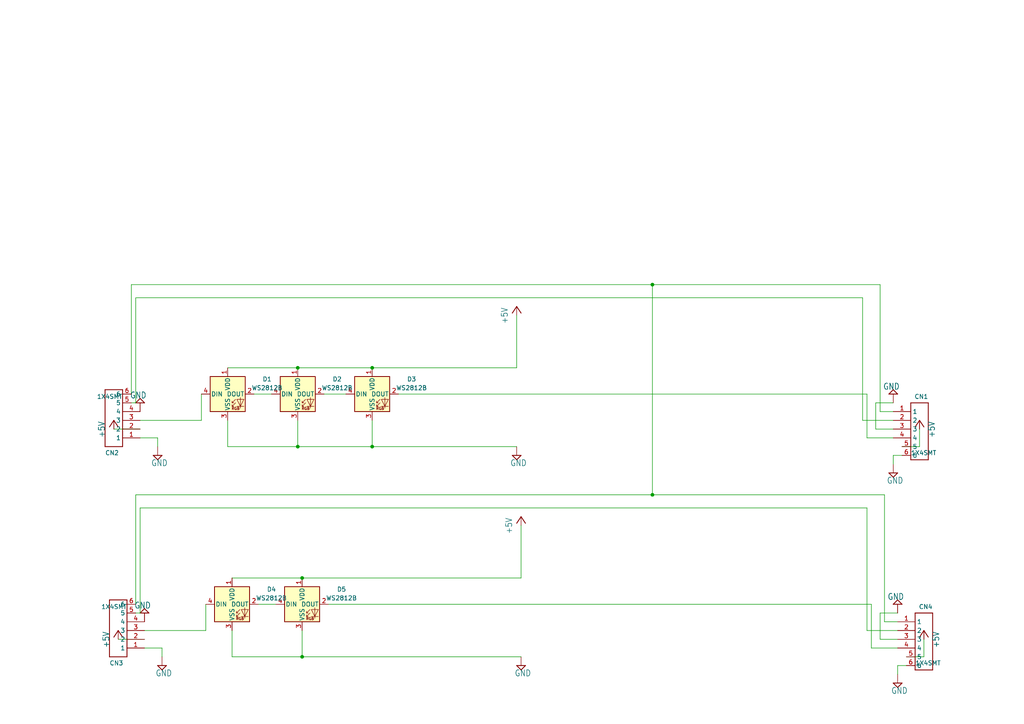
<source format=kicad_sch>
(kicad_sch (version 20211123) (generator eeschema)
  (paper "A4")
  (lib_symbols
    (symbol "1X4SMT_1"
      (property "Reference" "CN" (at 5.08 7.62 0))
      (property "Value" "1X4SMT_1" (at 0 -10.16 0))
      (symbol "1X4SMT_1_1_0"
        (polyline (pts (xy 0 -11.43) (xy 0 5.08)) (stroke (width 0.254)))
        (polyline (pts (xy 0 5.08) (xy 5.08 5.08)) (stroke (width 0.254)))
        (polyline (pts (xy 5.08 -11.43) (xy 0 -11.43)) (stroke (width 0.254)))
        (polyline (pts (xy 5.08 5.08) (xy 5.08 -11.43)) (stroke (width 0.254)))
        (pin bidirectional line (at -5.08 2.54 0) (length 5.08) (name "1") (number "1"))
        (pin bidirectional line (at -5.08 0 0) (length 5.08) (name "2") (number "2"))
        (pin bidirectional line (at -5.08 -2.54 0) (length 5.08) (name "3") (number "3"))
        (pin bidirectional line (at -5.08 -5.08 0) (length 5.08) (name "4") (number "4"))
      )
      (symbol "1X4SMT_1_1_1"
        (pin bidirectional line (at -2.54 -7.62 0) (length 2.54) (name "5") (number "5"))
        (pin bidirectional line (at -2.54 -10.16 0) (length 2.54) (name "6") (number "6"))
      )
    )
    (symbol "Adafruit NeoPixel 8 Stick-eagle-import:+5V" (power)
      (property "Value" "+5V" (at -2.54 -5.08 90))
      (symbol "+5V_1_0"
        (polyline (pts (xy 0 0) (xy -1.27 -1.905)) (stroke (width 0.254)))
        (polyline (pts (xy 1.27 -1.905) (xy 0 0)) (stroke (width 0.254)))
        (pin power_in line (at 0 -2.54 90) (length 2.54) (name "+5V") (number "1"))
      )
    )
    (symbol "Adafruit NeoPixel 8 Stick-eagle-import:1X4SMT"
      (property "Reference" "CN" (at 5.08 7.62 0))
      (property "Value" "1X4SMT" (at 0 -10.16 0))
      (symbol "1X4SMT_1_0"
        (polyline (pts (xy 0 -11.43) (xy 0 5.08)) (stroke (width 0.254)))
        (polyline (pts (xy 0 5.08) (xy 5.08 5.08)) (stroke (width 0.254)))
        (polyline (pts (xy 5.08 -11.43) (xy 0 -11.43)) (stroke (width 0.254)))
        (polyline (pts (xy 5.08 5.08) (xy 5.08 -11.43)) (stroke (width 0.254)))
        (pin bidirectional line (at -5.08 2.54 0) (length 5.08) (name "1") (number "1"))
        (pin bidirectional line (at -5.08 0 0) (length 5.08) (name "2") (number "2"))
        (pin bidirectional line (at -5.08 -2.54 0) (length 5.08) (name "3") (number "3"))
        (pin bidirectional line (at -5.08 -5.08 0) (length 5.08) (name "4") (number "4"))
      )
      (symbol "1X4SMT_1_1"
        (pin bidirectional line (at -2.54 -7.62 0) (length 2.54) (name "5") (number "5"))
        (pin bidirectional line (at -2.54 -10.16 0) (length 2.54) (name "6") (number "6"))
      )
    )
    (symbol "Adafruit NeoPixel 8 Stick-eagle-import:GND" (power)
      (property "Value" "GND" (at -1.905 -3.175 0))
      (symbol "GND_1_0"
        (polyline (pts (xy -1.27 0) (xy 1.27 0)) (stroke (width 0.254)))
        (polyline (pts (xy 0 -1.27) (xy -1.27 0)) (stroke (width 0.254)))
        (polyline (pts (xy 1.27 0) (xy 0 -1.27)) (stroke (width 0.254)))
        (pin power_in line (at 0 2.54 270) (length 2.54) (name "GND") (number "1"))
      )
    )
    (symbol "LED:WS2812B" (pin_names (offset 0.254))
      (property "Reference" "D" (at 5.08 5.715 0))
      (property "Value" "WS2812B" (at 1.27 -5.715 0))
      (symbol "WS2812B_0_0"
        (text "RGB" (at 2.286 -4.191 0) (effects (font (size 0.762 0.762))))
      )
      (symbol "WS2812B_0_1"
        (polyline (pts (xy 1.27 -3.556) (xy 1.778 -3.556)))
        (polyline (pts (xy 1.27 -2.54) (xy 1.778 -2.54)))
        (polyline (pts (xy 4.699 -3.556) (xy 2.667 -3.556)))
        (polyline (pts (xy 2.286 -2.54) (xy 1.27 -3.556) (xy 1.27 -3.048)))
        (polyline (pts (xy 2.286 -1.524) (xy 1.27 -2.54) (xy 1.27 -2.032)))
        (polyline (pts (xy 3.683 -1.016) (xy 3.683 -3.556) (xy 3.683 -4.064)))
        (polyline (pts (xy 4.699 -1.524) (xy 2.667 -1.524) (xy 3.683 -3.556) (xy 4.699 -1.524)))
        (rectangle (start 5.08 5.08) (end -5.08 -5.08) (stroke (width 0.254)) (fill (type background)))
      )
      (symbol "WS2812B_1_1"
        (pin power_in line (at 0 7.62 270) (length 2.54) (name "VDD") (number "1"))
        (pin output line (at 7.62 0 180) (length 2.54) (name "DOUT") (number "2"))
        (pin power_in line (at 0 -7.62 90) (length 2.54) (name "VSS") (number "3"))
        (pin input line (at -7.62 0 0) (length 2.54) (name "DIN") (number "4"))
      )
    )
  )
  (junction (at 87.63 167.64))
  (junction (at 189.23 82.55))
  (junction (at 107.95 129.54))
  (junction (at 86.36 129.54))
  (junction (at 189.23 143.51))
  (junction (at 86.36 106.68))
  (junction (at 87.63 190.5))
  (junction (at 107.95 106.68))
  (wire (pts (xy 260.35 193.04) (xy 260.35 195.58)))
  (wire (pts (xy 46.99 187.96) (xy 46.99 190.5)))
  (wire (pts (xy 255.27 177.8) (xy 260.35 177.8)))
  (wire (pts (xy 256.54 180.34) (xy 260.35 180.34)))
  (wire (pts (xy 40.64 127) (xy 45.72 127)))
  (wire (pts (xy 34.29 185.42) (xy 41.91 185.42)))
  (wire (pts (xy 262.89 193.04) (xy 260.35 193.04)))
  (wire (pts (xy 45.72 127) (xy 45.72 129.54)))
  (wire (pts (xy 259.08 132.08) (xy 259.08 134.62)))
  (wire (pts (xy 39.37 177.8) (xy 40.64 177.8)))
  (wire (pts (xy 40.64 177.8) (xy 40.64 147.32)))
  (wire (pts (xy 40.64 147.32) (xy 251.46 147.32)))
  (wire (pts (xy 38.1 116.84) (xy 39.37 116.84)))
  (wire (pts (xy 115.57 114.3) (xy 251.46 114.3)))
  (wire (pts (xy 40.64 121.92) (xy 58.42 121.92)))
  (wire (pts (xy 254 116.84) (xy 259.08 116.84)))
  (wire (pts (xy 254 124.46) (xy 254 116.84)))
  (wire (pts (xy 73.66 114.3) (xy 78.74 114.3)))
  (wire (pts (xy 74.93 175.26) (xy 80.01 175.26)))
  (wire (pts (xy 251.46 114.3) (xy 251.46 127)))
  (wire (pts (xy 255.27 82.55) (xy 255.27 119.38)))
  (wire (pts (xy 66.04 106.68) (xy 86.36 106.68)))
  (wire (pts (xy 250.19 86.36) (xy 250.19 121.92)))
  (wire (pts (xy 251.46 147.32) (xy 251.46 182.88)))
  (wire (pts (xy 252.73 187.96) (xy 260.35 187.96)))
  (wire (pts (xy 41.91 187.96) (xy 46.99 187.96)))
  (wire (pts (xy 251.46 182.88) (xy 260.35 182.88)))
  (wire (pts (xy 260.35 185.42) (xy 255.27 185.42)))
  (wire (pts (xy 93.98 114.3) (xy 100.33 114.3)))
  (wire (pts (xy 66.04 121.92) (xy 66.04 129.54)))
  (wire (pts (xy 189.23 82.55) (xy 189.23 143.51)))
  (wire (pts (xy 107.95 129.54) (xy 149.86 129.54)))
  (wire (pts (xy 38.1 82.55) (xy 189.23 82.55)))
  (wire (pts (xy 86.36 106.68) (xy 107.95 106.68)))
  (wire (pts (xy 86.36 129.54) (xy 107.95 129.54)))
  (wire (pts (xy 39.37 143.51) (xy 189.23 143.51)))
  (wire (pts (xy 256.54 143.51) (xy 256.54 180.34)))
  (wire (pts (xy 189.23 143.51) (xy 256.54 143.51)))
  (wire (pts (xy 67.31 167.64) (xy 87.63 167.64)))
  (wire (pts (xy 189.23 82.55) (xy 255.27 82.55)))
  (wire (pts (xy 58.42 121.92) (xy 58.42 114.3)))
  (wire (pts (xy 87.63 182.88) (xy 87.63 190.5)))
  (wire (pts (xy 59.69 182.88) (xy 59.69 175.26)))
  (wire (pts (xy 107.95 121.92) (xy 107.95 129.54)))
  (wire (pts (xy 67.31 190.5) (xy 87.63 190.5)))
  (wire (pts (xy 255.27 185.42) (xy 255.27 177.8)))
  (wire (pts (xy 39.37 86.36) (xy 250.19 86.36)))
  (wire (pts (xy 41.91 182.88) (xy 59.69 182.88)))
  (wire (pts (xy 87.63 167.64) (xy 151.13 167.64)))
  (wire (pts (xy 267.97 190.5) (xy 267.97 185.42)))
  (wire (pts (xy 86.36 121.92) (xy 86.36 129.54)))
  (wire (pts (xy 66.04 129.54) (xy 86.36 129.54)))
  (wire (pts (xy 250.19 121.92) (xy 259.08 121.92)))
  (wire (pts (xy 95.25 175.26) (xy 252.73 175.26)))
  (wire (pts (xy 33.02 124.46) (xy 40.64 124.46)))
  (wire (pts (xy 67.31 182.88) (xy 67.31 190.5)))
  (wire (pts (xy 251.46 127) (xy 259.08 127)))
  (wire (pts (xy 39.37 175.26) (xy 39.37 143.51)))
  (wire (pts (xy 262.89 190.5) (xy 267.97 190.5)))
  (wire (pts (xy 255.27 119.38) (xy 259.08 119.38)))
  (wire (pts (xy 259.08 124.46) (xy 254 124.46)))
  (wire (pts (xy 39.37 116.84) (xy 39.37 86.36)))
  (wire (pts (xy 261.62 132.08) (xy 259.08 132.08)))
  (wire (pts (xy 261.62 129.54) (xy 266.7 129.54)))
  (wire (pts (xy 252.73 175.26) (xy 252.73 187.96)))
  (wire (pts (xy 107.95 106.68) (xy 149.86 106.68)))
  (wire (pts (xy 151.13 152.4) (xy 151.13 167.64)))
  (wire (pts (xy 87.63 190.5) (xy 151.13 190.5)))
  (wire (pts (xy 38.1 114.3) (xy 38.1 82.55)))
  (wire (pts (xy 149.86 91.44) (xy 149.86 106.68)))
  (wire (pts (xy 266.7 129.54) (xy 266.7 124.46)))
  (symbol (lib_id "LED:WS2812B") (at 86.36 114.3 0) (unit 1)
    (property "Reference" "D2" (at 97.79 109.9693 0))
    (property "Value" "WS2812B" (at 97.79 112.5093 0))
    (property "Footprint" "LED_SMD:LED_WS2812B_PLCC4_5.0x5.0mm_P3.2mm" (effects hide))
    (property "Datasheet" "https://cdn-shop.adafruit.com/datasheets/WS2812B.pdf" (effects hide))
  )
  (symbol (lib_id "Adafruit NeoPixel 8 Stick-eagle-import:GND") (at 40.64 116.84 180) (unit 1)
    (property "Reference" "#SUPPLY02" (effects hide))
    (property "Value" "GND" (at 42.545 113.665 0) (effects (font (size 1.778 1.5113)) (justify left bottom)))
    (property "Footprint" "Adafruit NeoPixel 8 Stick:" (effects hide))
  )
  (symbol (lib_id "Adafruit NeoPixel 8 Stick-eagle-import:+5V") (at 33.02 121.92 0) (unit 1)
    (property "Reference" "#P+011" (effects hide))
    (property "Value" "+5V" (at 30.48 127 90) (effects (font (size 1.778 1.5113)) (justify left bottom)))
    (property "Footprint" "Adafruit NeoPixel 8 Stick:" (effects hide))
  )
  (symbol (lib_id "LED:WS2812B") (at 67.31 175.26 0) (unit 1)
    (property "Reference" "D4" (at 78.74 170.9293 0))
    (property "Value" "WS2812B" (at 78.74 173.4693 0))
    (property "Footprint" "LED_SMD:LED_WS2812B_PLCC4_5.0x5.0mm_P3.2mm" (effects hide))
    (property "Datasheet" "https://cdn-shop.adafruit.com/datasheets/WS2812B.pdf" (effects hide))
  )
  (symbol (lib_id "LED:WS2812B") (at 107.95 114.3 0) (unit 1)
    (property "Reference" "D3" (at 119.38 109.9693 0))
    (property "Value" "WS2812B" (at 119.38 112.5093 0))
    (property "Footprint" "LED_SMD:LED_WS2812B_PLCC4_5.0x5.0mm_P3.2mm" (effects hide))
    (property "Datasheet" "https://cdn-shop.adafruit.com/datasheets/WS2812B.pdf" (effects hide))
  )
  (symbol (lib_id "Adafruit NeoPixel 8 Stick-eagle-import:+5V") (at 267.97 182.88 0) (mirror y) (unit 1)
    (property "Reference" "#P+0102" (effects hide))
    (property "Value" "+5V" (at 270.51 187.96 90) (effects (font (size 1.778 1.5113)) (justify left bottom)))
    (property "Footprint" "Adafruit NeoPixel 8 Stick:" (effects hide))
  )
  (symbol (lib_id "Adafruit NeoPixel 8 Stick-eagle-import:GND") (at 45.72 132.08 0) (unit 1)
    (property "Reference" "#SUPPLY07" (effects hide))
    (property "Value" "GND" (at 43.815 135.255 0) (effects (font (size 1.778 1.5113)) (justify left bottom)))
    (property "Footprint" "Adafruit NeoPixel 8 Stick:" (effects hide))
  )
  (symbol (lib_id "Adafruit NeoPixel 8 Stick-eagle-import:1X4SMT") (at 35.56 124.46 180) (unit 1)
    (property "Reference" "CN2" (at 30.48 132.08 0) (effects (justify right top)))
    (property "Value" "1X4SMT" (at 35.56 114.3 0) (effects (justify left bottom)))
    (property "Footprint" "Adafruit NeoPixel 8 Stick:1X4-SMT" (effects hide))
  )
  (symbol (lib_id "LED:WS2812B") (at 66.04 114.3 0) (unit 1)
    (property "Reference" "D1" (at 77.47 109.9693 0))
    (property "Value" "WS2812B" (at 77.47 112.5093 0))
    (property "Footprint" "LED_SMD:LED_WS2812B_PLCC4_5.0x5.0mm_P3.2mm" (effects hide))
    (property "Datasheet" "https://cdn-shop.adafruit.com/datasheets/WS2812B.pdf" (effects hide))
  )
  (symbol (lib_id "LED:WS2812B") (at 87.63 175.26 0) (unit 1)
    (property "Reference" "D5" (at 99.06 170.9293 0))
    (property "Value" "WS2812B" (at 99.06 173.4693 0))
    (property "Footprint" "LED_SMD:LED_WS2812B_PLCC4_5.0x5.0mm_P3.2mm" (effects hide))
    (property "Datasheet" "https://cdn-shop.adafruit.com/datasheets/WS2812B.pdf" (effects hide))
  )
  (symbol (lib_id "Adafruit NeoPixel 8 Stick-eagle-import:+5V") (at 149.86 88.9 0) (unit 1)
    (property "Reference" "#P+02" (effects hide))
    (property "Value" "+5V" (at 147.32 93.98 90) (effects (font (size 1.778 1.5113)) (justify left bottom)))
    (property "Footprint" "Adafruit NeoPixel 8 Stick:" (effects hide))
  )
  (symbol (lib_name "1X4SMT_1") (lib_id "Adafruit NeoPixel 8 Stick-eagle-import:1X4SMT") (at 264.16 121.92 0) (unit 1)
    (property "Reference" "CN1" (at 269.24 114.3 0) (effects (justify right top)))
    (property "Value" "1X4SMT" (at 264.16 132.08 0) (effects (justify left bottom)))
    (property "Footprint" "Adafruit NeoPixel 8 Stick:1X4-SMT" (effects hide))
  )
  (symbol (lib_id "Adafruit NeoPixel 8 Stick-eagle-import:GND") (at 46.99 193.04 0) (unit 1)
    (property "Reference" "#SUPPLY0102" (effects hide))
    (property "Value" "GND" (at 45.085 196.215 0) (effects (font (size 1.778 1.5113)) (justify left bottom)))
    (property "Footprint" "Adafruit NeoPixel 8 Stick:" (effects hide))
  )
  (symbol (lib_id "Adafruit NeoPixel 8 Stick-eagle-import:+5V") (at 266.7 121.92 0) (mirror y) (unit 1)
    (property "Reference" "#P+01" (effects hide))
    (property "Value" "+5V" (at 269.24 127 90) (effects (font (size 1.778 1.5113)) (justify left bottom)))
    (property "Footprint" "Adafruit NeoPixel 8 Stick:" (effects hide))
  )
  (symbol (lib_id "Adafruit NeoPixel 8 Stick-eagle-import:GND") (at 149.86 132.08 0) (unit 1)
    (property "Reference" "#SUPPLY03" (effects hide))
    (property "Value" "GND" (at 147.955 135.255 0) (effects (font (size 1.778 1.5113)) (justify left bottom)))
    (property "Footprint" "Adafruit NeoPixel 8 Stick:" (effects hide))
  )
  (symbol (lib_id "Adafruit NeoPixel 8 Stick-eagle-import:GND") (at 260.35 198.12 0) (unit 1)
    (property "Reference" "#SUPPLY0103" (effects hide))
    (property "Value" "GND" (at 258.445 201.295 0) (effects (font (size 1.778 1.5113)) (justify left bottom)))
    (property "Footprint" "Adafruit NeoPixel 8 Stick:" (effects hide))
  )
  (symbol (lib_id "Adafruit NeoPixel 8 Stick-eagle-import:+5V") (at 34.29 182.88 0) (unit 1)
    (property "Reference" "#P+0103" (effects hide))
    (property "Value" "+5V" (at 31.75 187.96 90) (effects (font (size 1.778 1.5113)) (justify left bottom)))
    (property "Footprint" "Adafruit NeoPixel 8 Stick:" (effects hide))
  )
  (symbol (lib_id "Adafruit NeoPixel 8 Stick-eagle-import:GND") (at 259.08 137.16 0) (unit 1)
    (property "Reference" "#SUPPLY09" (effects hide))
    (property "Value" "GND" (at 257.175 140.335 0) (effects (font (size 1.778 1.5113)) (justify left bottom)))
    (property "Footprint" "Adafruit NeoPixel 8 Stick:" (effects hide))
  )
  (symbol (lib_id "Adafruit NeoPixel 8 Stick-eagle-import:GND") (at 260.35 175.26 180) (unit 1)
    (property "Reference" "#SUPPLY0104" (effects hide))
    (property "Value" "GND" (at 262.255 172.085 0) (effects (font (size 1.778 1.5113)) (justify left bottom)))
    (property "Footprint" "Adafruit NeoPixel 8 Stick:" (effects hide))
  )
  (symbol (lib_id "Adafruit NeoPixel 8 Stick-eagle-import:GND") (at 41.91 177.8 180) (unit 1)
    (property "Reference" "#SUPPLY0105" (effects hide))
    (property "Value" "GND" (at 43.815 174.625 0) (effects (font (size 1.778 1.5113)) (justify left bottom)))
    (property "Footprint" "Adafruit NeoPixel 8 Stick:" (effects hide))
  )
  (symbol (lib_id "Adafruit NeoPixel 8 Stick-eagle-import:GND") (at 259.08 114.3 180) (unit 1)
    (property "Reference" "#SUPPLY01" (effects hide))
    (property "Value" "GND" (at 260.985 111.125 0) (effects (font (size 1.778 1.5113)) (justify left bottom)))
    (property "Footprint" "Adafruit NeoPixel 8 Stick:" (effects hide))
  )
  (symbol (lib_id "Adafruit NeoPixel 8 Stick-eagle-import:GND") (at 151.13 193.04 0) (unit 1)
    (property "Reference" "#SUPPLY0101" (effects hide))
    (property "Value" "GND" (at 149.225 196.215 0) (effects (font (size 1.778 1.5113)) (justify left bottom)))
    (property "Footprint" "Adafruit NeoPixel 8 Stick:" (effects hide))
  )
  (symbol (lib_id "Adafruit NeoPixel 8 Stick-eagle-import:+5V") (at 151.13 149.86 0) (unit 1)
    (property "Reference" "#P+0101" (effects hide))
    (property "Value" "+5V" (at 148.59 154.94 90) (effects (font (size 1.778 1.5113)) (justify left bottom)))
    (property "Footprint" "Adafruit NeoPixel 8 Stick:" (effects hide))
  )
  (symbol (lib_name "1X4SMT_1") (lib_id "Adafruit NeoPixel 8 Stick-eagle-import:1X4SMT") (at 265.43 182.88 0) (unit 1)
    (property "Reference" "CN4" (at 270.51 175.26 0) (effects (justify right top)))
    (property "Value" "1X4SMT" (at 265.43 193.04 0) (effects (justify left bottom)))
    (property "Footprint" "Adafruit NeoPixel 8 Stick:1X4-SMT" (effects hide))
  )
  (symbol (lib_id "Adafruit NeoPixel 8 Stick-eagle-import:1X4SMT") (at 36.83 185.42 180) (unit 1)
    (property "Reference" "CN3" (at 31.75 193.04 0) (effects (justify right top)))
    (property "Value" "1X4SMT" (at 36.83 175.26 0) (effects (justify left bottom)))
    (property "Footprint" "Adafruit NeoPixel 8 Stick:1X4-SMT" (effects hide))
  )
)
</source>
